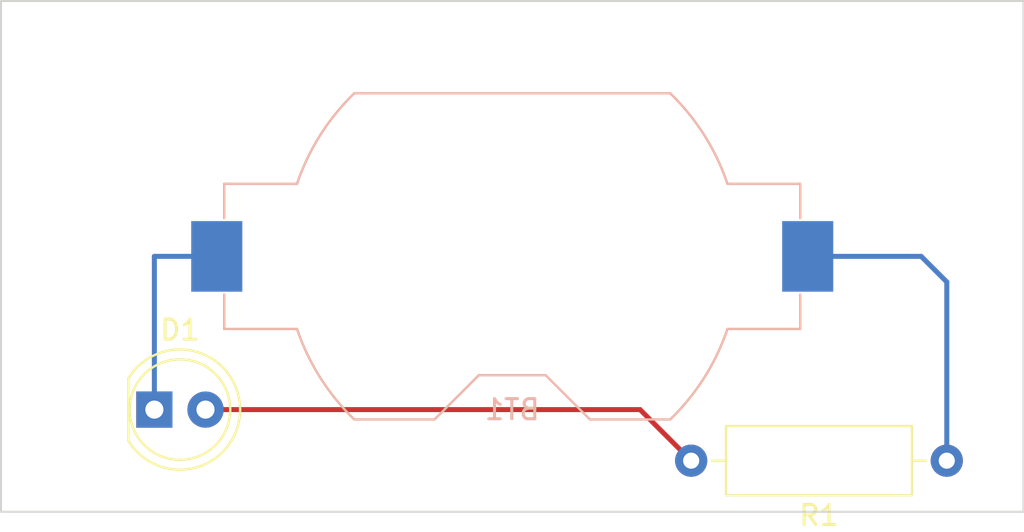
<source format=kicad_pcb>
(kicad_pcb (version 20221018) (generator pcbnew)
  (title_block (title "Test Board"))
  (layers (0 "F.Cu" signal) (31 "B.Cu" signal) (34 "B.Paste" user) (35 "F.Paste" user) (36 "B.SilkS" user "B.Silkscreen") (37 "F.SilkS" user "F.Silkscreen") (38 "B.Mask" user) (39 "F.Mask" user) (44 "Edge.Cuts" user))
  (net 0 "")
  (net 1 "VCC")
  (net 2 "GND")
  (net 3 "/led")
  (footprint "Resistor_THT:R_Axial_DIN0309_L9.0mm_D3.2mm_P12.70mm_Horizontal" (layer "F.Cu") (at 148.59 73.66 180)
    (fp_text reference "R1" (at 6.35 -2.72) (layer "F.SilkS"))
    (fp_text value "1k")
    (fp_line (start 1.04 0) (end 1.73 0) (stroke (width 0.12)) (layer "F.SilkS"))
    (fp_line (start 1.73 -1.72) (end 1.73 1.72) (stroke (width 0.12)) (layer "F.SilkS"))
    (fp_line (start 1.73 1.72) (end 10.97 1.72) (stroke (width 0.12)) (layer "F.SilkS"))
    (fp_line (start 10.97 -1.72) (end 1.73 -1.72) (stroke (width 0.12)) (layer "F.SilkS"))
    (fp_line (start 10.97 1.72) (end 10.97 -1.72) (stroke (width 0.12)) (layer "F.SilkS"))
    (fp_line (start 11.66 0) (end 10.97 0) (stroke (width 0.12)) (layer "F.SilkS"))
    (pad "1" thru_hole circle (at 0 0 180) (size 1.6 1.6) (drill 0.8) (layers "*.Cu" "*.Mask") (net 1 "VCC"))
    (pad "2" thru_hole oval (at 12.7 0 180) (size 1.6 1.6) (drill 0.8) (layers "*.Cu" "*.Mask") (net 3 "/led"))
  )
  (footprint "LED_THT:LED_D5.0mm" (layer "F.Cu") (at 109.22 71.12)
    (fp_text reference "D1" (at 1.27 -3.96) (layer "F.SilkS"))
    (fp_text value "red")
    (fp_line (start -1.29 -1.545) (end -1.29 1.545) (stroke (width 0.12)) (layer "F.SilkS"))
    (fp_arc (start -1.29 -1.54483) (mid 2.072002 -2.880433) (end 4.26 0.000462) (stroke (width 0.12)) (layer "F.SilkS"))
    (fp_arc (start 4.26 -0.000462) (mid 2.072002 2.880433) (end -1.29 1.54483) (stroke (width 0.12)) (layer "F.SilkS"))
    (fp_circle (center 1.27 0) (end 3.77 0) (stroke (width 0.12)) (fill none) (layer "F.SilkS"))
    (pad "1" thru_hole rect (at 0 0) (size 1.8 1.8) (drill 0.9) (layers "*.Cu" "*.Mask") (net 2 "GND"))
    (pad "2" thru_hole circle (at 2.54 0) (size 1.8 1.8) (drill 0.9) (layers "*.Cu" "*.Mask") (net 3 "/led"))
  )
  (footprint "Battery:BatteryHolder_Keystone_1058_1x2032" (layer "B.Cu") (at 127 63.5 180)
    (fp_text reference "BT1" (at 0 -7.62) (layer "B.SilkS") (effects (justify mirror)))
    (fp_text value "3V")
    (fp_line (start -14.31 -1.9) (end -14.31 -3.61) (stroke (width 0.12)) (layer "B.SilkS"))
    (fp_line (start -14.31 1.9) (end -14.31 3.61) (stroke (width 0.12)) (layer "B.SilkS"))
    (fp_line (start -14.31 3.61) (end -10.692 3.61) (stroke (width 0.12)) (layer "B.SilkS"))
    (fp_line (start -10.692 -3.61) (end -14.31 -3.61) (stroke (width 0.12)) (layer "B.SilkS"))
    (fp_line (start -7.8473 8.11) (end 7.8473 8.11) (stroke (width 0.12)) (layer "B.SilkS"))
    (fp_line (start -3.86 -8.11) (end -7.8473 -8.11) (stroke (width 0.12)) (layer "B.SilkS"))
    (fp_line (start -1.66 -5.91) (end -3.86 -8.11) (stroke (width 0.12)) (layer "B.SilkS"))
    (fp_line (start 1.66 -5.91) (end -1.66 -5.91) (stroke (width 0.12)) (layer "B.SilkS"))
    (fp_line (start 1.66 -5.91) (end 3.86 -8.11) (stroke (width 0.12)) (layer "B.SilkS"))
    (fp_line (start 7.8473 -8.11) (end 3.86 -8.11) (stroke (width 0.12)) (layer "B.SilkS"))
    (fp_line (start 10.692 3.61) (end 14.31 3.61) (stroke (width 0.12)) (layer "B.SilkS"))
    (fp_line (start 14.31 -3.61) (end 10.692 -3.61) (stroke (width 0.12)) (layer "B.SilkS"))
    (fp_line (start 14.31 -1.9) (end 14.31 -3.61) (stroke (width 0.12)) (layer "B.SilkS"))
    (fp_line (start 14.31 1.9) (end 14.31 3.61) (stroke (width 0.12)) (layer "B.SilkS"))
    (fp_arc (start -10.692 -3.61) (mid -9.538085 -6.031245) (end -7.845371 -8.111789) (stroke (width 0.12)) (layer "B.SilkS"))
    (fp_arc (start -7.845371 8.111789) (mid -9.538084 6.031244) (end -10.692 3.61) (stroke (width 0.12)) (layer "B.SilkS"))
    (fp_arc (start 7.845371 -8.111789) (mid 9.538084 -6.031244) (end 10.692 -3.61) (stroke (width 0.12)) (layer "B.SilkS"))
    (fp_arc (start 10.692 3.61) (mid 9.538084 6.031244) (end 7.845371 8.111789) (stroke (width 0.12)) (layer "B.SilkS"))
    (pad "1" smd rect (at -14.68 0 180) (size 2.54 3.51) (layers "B.Cu" "B.Paste" "B.Mask") (net 1 "VCC"))
    (pad "2" smd rect (at 14.68 0 180) (size 2.54 3.51) (layers "B.Cu" "B.Paste" "B.Mask") (net 2 "GND"))
  )
  (gr_rect (start 101.6 50.8) (end 152.4 76.2) (stroke (width 0.1)) (fill none) (layer "Edge.Cuts"))
  (segment (start 141.68 63.5) (end 147.32 63.5) (width 0.25) (layer "B.Cu") (net 1))
  (segment (start 147.32 63.5) (end 148.59 64.77) (width 0.25) (layer "B.Cu") (net 1))
  (segment (start 148.59 64.77) (end 148.59 73.66) (width 0.25) (layer "B.Cu") (net 1))
  (segment (start 109.22 63.5) (end 109.22 71.12) (width 0.25) (layer "B.Cu") (net 2))
  (segment (start 112.32 63.5) (end 109.22 63.5) (width 0.25) (layer "B.Cu") (net 2))
  (segment (start 133.35 71.12) (end 135.89 73.66) (width 0.25) (layer "F.Cu") (net 3))
  (segment (start 111.76 71.12) (end 133.35 71.12) (width 0.25) (layer "F.Cu") (net 3))
)
</source>
